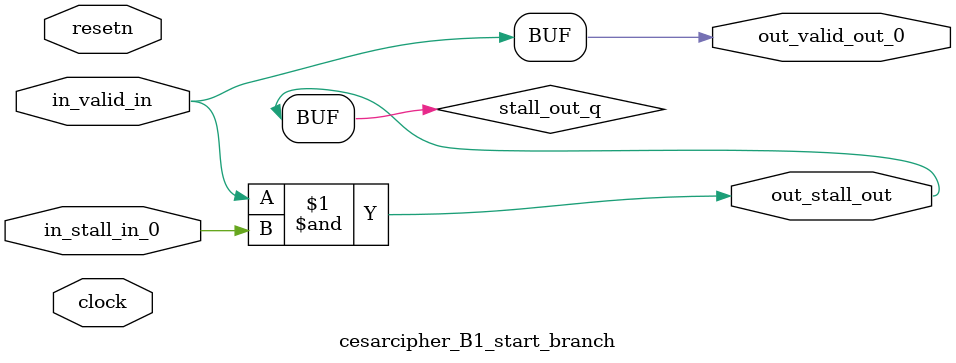
<source format=sv>



(* altera_attribute = "-name AUTO_SHIFT_REGISTER_RECOGNITION OFF; -name MESSAGE_DISABLE 10036; -name MESSAGE_DISABLE 10037; -name MESSAGE_DISABLE 14130; -name MESSAGE_DISABLE 14320; -name MESSAGE_DISABLE 15400; -name MESSAGE_DISABLE 14130; -name MESSAGE_DISABLE 10036; -name MESSAGE_DISABLE 12020; -name MESSAGE_DISABLE 12030; -name MESSAGE_DISABLE 12010; -name MESSAGE_DISABLE 12110; -name MESSAGE_DISABLE 14320; -name MESSAGE_DISABLE 13410; -name MESSAGE_DISABLE 113007; -name MESSAGE_DISABLE 10958" *)
module cesarcipher_B1_start_branch (
    input wire [0:0] in_stall_in_0,
    input wire [0:0] in_valid_in,
    output wire [0:0] out_stall_out,
    output wire [0:0] out_valid_out_0,
    input wire clock,
    input wire resetn
    );

    wire [0:0] stall_out_q;


    // stall_out(LOGICAL,6)
    assign stall_out_q = in_valid_in & in_stall_in_0;

    // out_stall_out(GPOUT,4)
    assign out_stall_out = stall_out_q;

    // out_valid_out_0(GPOUT,5)
    assign out_valid_out_0 = in_valid_in;

endmodule

</source>
